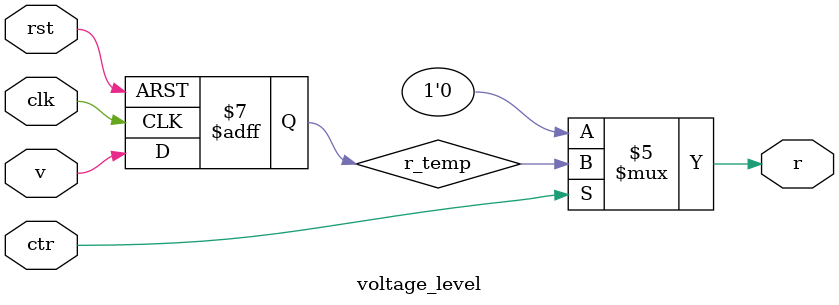
<source format=v>
`timescale 1ns / 1ps


module voltage_level(
    r, v, clk, ctr, rst
    );
    output r;
    input v, clk, ctr, rst;
    
    reg r;
    reg r_temp;
    
    always @ (posedge clk or posedge rst) begin
        if (rst == 1) r_temp = 0;
        else r_temp = v;
    end
    
    always @ (*) begin
        if (ctr)
            r = r_temp;
        else
            r = 0;
    end
    
endmodule






</source>
